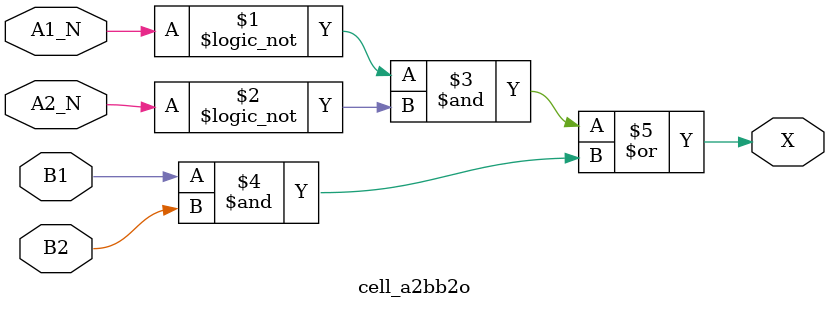
<source format=v>
`timescale 1ps/1ps
module cell_a2bb2o
(
    input wire A1_N,
    input wire A2_N,
    input wire B1,
    input wire B2,
    output wire X
);
    assign X = ((!A1_N & !A2_N) | (B1 & B2));
endmodule

</source>
